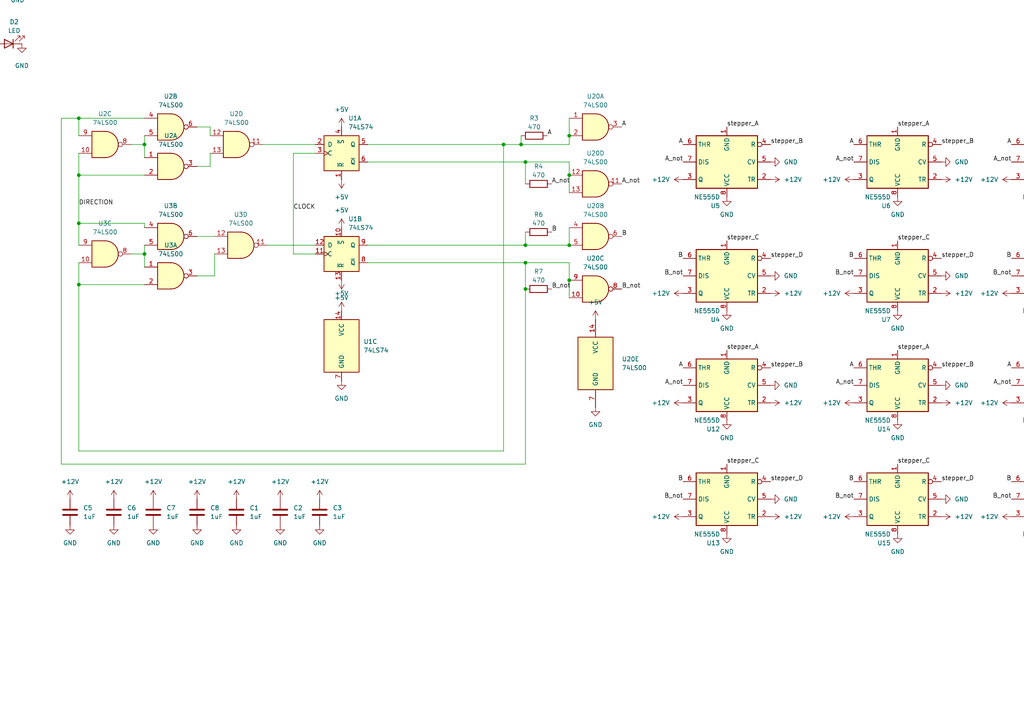
<source format=kicad_sch>
(kicad_sch (version 20230121) (generator eeschema)
  (paper "A4")
  (junction (at 41.91 73.66))
  (junction (at 129.54 -30.48))
  (junction (at 165.1 39.37))
  (junction (at 165.1 50.8))
  (junction (at 41.91 41.91))
  (junction (at 151.13 41.91))
  (junction (at 191.77 -30.48))
  (junction (at 66.04 -30.48))
  (junction (at 146.05 41.91))
  (junction (at 22.86 64.77))
  (junction (at 22.86 82.55))
  (junction (at 152.4 76.2))
  (junction (at 152.4 83.82))
  (junction (at 152.4 46.99))
  (junction (at 64.77 -86.36))
  (junction (at 22.86 34.29))
  (junction (at 190.5 -86.36))
  (junction (at 255.27 -30.48))
  (junction (at 152.4 71.12))
  (junction (at 165.1 71.12))
  (junction (at 165.1 81.28))
  (junction (at 22.86 50.8))
  (wire (pts (xy 66.04 -31.75) (xy 66.04 -30.48)))
  (wire (pts (xy 177.8 -80.01) (xy 182.88 -80.01)))
  (wire (pts (xy 254 -86.36) (xy 254 -85.09)))
  (wire (pts (xy 152.4 134.62) (xy 152.4 83.82)))
  (wire (pts (xy 60.96 36.83) (xy 60.96 39.37)))
  (wire (pts (xy 254 -86.36) (xy 256.54 -86.36)))
  (wire (pts (xy 41.91 41.91) (xy 41.91 39.37)))
  (wire (pts (xy 66.04 -30.48) (xy 68.58 -30.48)))
  (wire (pts (xy 191.77 -31.75) (xy 191.77 -30.48)))
  (wire (pts (xy 255.27 -31.75) (xy 255.27 -30.48)))
  (wire (pts (xy 106.68 41.91) (xy 146.05 41.91)))
  (wire (pts (xy 165.1 76.2) (xy 165.1 81.28)))
  (wire (pts (xy 17.78 134.62) (xy 152.4 134.62)))
  (wire (pts (xy 22.86 130.81) (xy 22.86 82.55)))
  (wire (pts (xy 57.15 48.26) (xy 60.96 48.26)))
  (wire (pts (xy 255.27 -30.48) (xy 255.27 -29.21)))
  (wire (pts (xy 165.1 46.99) (xy 165.1 50.8)))
  (wire (pts (xy 64.77 -86.36) (xy 64.77 -85.09)))
  (wire (pts (xy 152.4 67.31) (xy 152.4 71.12)))
  (wire (pts (xy 165.1 50.8) (xy 165.1 55.88)))
  (wire (pts (xy 255.27 -30.48) (xy 257.81 -30.48)))
  (wire (pts (xy 41.91 66.04) (xy 41.91 64.77)))
  (wire (pts (xy 146.05 41.91) (xy 146.05 130.81)))
  (wire (pts (xy 151.13 39.37) (xy 151.13 41.91)))
  (wire (pts (xy 41.91 34.29) (xy 22.86 34.29)))
  (wire (pts (xy 190.5 -87.63) (xy 190.5 -86.36)))
  (wire (pts (xy 116.84 -24.13) (xy 121.92 -24.13)))
  (wire (pts (xy 41.91 73.66) (xy 41.91 77.47)))
  (wire (pts (xy 152.4 76.2) (xy 165.1 76.2)))
  (wire (pts (xy 53.34 -24.13) (xy 58.42 -24.13)))
  (wire (pts (xy 152.4 76.2) (xy 106.68 76.2)))
  (wire (pts (xy 62.23 80.01) (xy 62.23 73.66)))
  (wire (pts (xy 152.4 46.99) (xy 165.1 46.99)))
  (wire (pts (xy 146.05 41.91) (xy 151.13 41.91)))
  (wire (pts (xy 64.77 -87.63) (xy 64.77 -86.36)))
  (wire (pts (xy 191.77 -30.48) (xy 191.77 -29.21)))
  (wire (pts (xy 17.78 34.29) (xy 17.78 134.62)))
  (wire (pts (xy 190.5 -86.36) (xy 193.04 -86.36)))
  (wire (pts (xy 115.57 -80.01) (xy 120.65 -80.01)))
  (wire (pts (xy 41.91 71.12) (xy 41.91 73.66)))
  (wire (pts (xy 57.15 80.01) (xy 62.23 80.01)))
  (wire (pts (xy 128.27 -86.36) (xy 130.81 -86.36)))
  (wire (pts (xy 129.54 -30.48) (xy 129.54 -29.21)))
  (wire (pts (xy 151.13 41.91) (xy 165.1 41.91)))
  (wire (pts (xy 22.86 50.8) (xy 41.91 50.8)))
  (wire (pts (xy 146.05 130.81) (xy 22.86 130.81)))
  (wire (pts (xy 91.44 44.45) (xy 85.09 44.45)))
  (wire (pts (xy 152.4 46.99) (xy 152.4 53.34)))
  (wire (pts (xy 85.09 44.45) (xy 85.09 73.66)))
  (wire (pts (xy 165.1 34.29) (xy 165.1 39.37)))
  (wire (pts (xy 165.1 66.04) (xy 165.1 71.12)))
  (wire (pts (xy 152.4 71.12) (xy 165.1 71.12)))
  (wire (pts (xy 22.86 44.45) (xy 22.86 50.8)))
  (wire (pts (xy 22.86 34.29) (xy 22.86 39.37)))
  (wire (pts (xy 41.91 41.91) (xy 41.91 45.72)))
  (wire (pts (xy 85.09 73.66) (xy 91.44 73.66)))
  (wire (pts (xy 241.3 -80.01) (xy 246.38 -80.01)))
  (wire (pts (xy 38.1 41.91) (xy 41.91 41.91)))
  (wire (pts (xy 165.1 81.28) (xy 165.1 86.36)))
  (wire (pts (xy 22.86 50.8) (xy 22.86 64.77)))
  (wire (pts (xy 179.07 -24.13) (xy 184.15 -24.13)))
  (wire (pts (xy 66.04 -30.48) (xy 66.04 -29.21)))
  (wire (pts (xy 57.15 36.83) (xy 60.96 36.83)))
  (wire (pts (xy 38.1 73.66) (xy 41.91 73.66)))
  (wire (pts (xy 41.91 64.77) (xy 22.86 64.77)))
  (wire (pts (xy 77.47 71.12) (xy 91.44 71.12)))
  (wire (pts (xy 22.86 34.29) (xy 17.78 34.29)))
  (wire (pts (xy 22.86 76.2) (xy 22.86 82.55)))
  (wire (pts (xy 57.15 68.58) (xy 62.23 68.58)))
  (wire (pts (xy 129.54 -31.75) (xy 129.54 -30.48)))
  (wire (pts (xy 128.27 -86.36) (xy 128.27 -85.09)))
  (wire (pts (xy 106.68 46.99) (xy 152.4 46.99)))
  (wire (pts (xy 190.5 -86.36) (xy 190.5 -85.09)))
  (wire (pts (xy 60.96 48.26) (xy 60.96 44.45)))
  (wire (pts (xy 106.68 71.12) (xy 152.4 71.12)))
  (wire (pts (xy 52.07 -80.01) (xy 57.15 -80.01)))
  (wire (pts (xy 22.86 64.77) (xy 22.86 71.12)))
  (wire (pts (xy 129.54 -30.48) (xy 132.08 -30.48)))
  (wire (pts (xy 76.2 41.91) (xy 91.44 41.91)))
  (wire (pts (xy 64.77 -86.36) (xy 67.31 -86.36)))
  (wire (pts (xy 22.86 82.55) (xy 41.91 82.55)))
  (wire (pts (xy 242.57 -24.13) (xy 247.65 -24.13)))
  (wire (pts (xy 165.1 39.37) (xy 165.1 41.91)))
  (wire (pts (xy 152.4 83.82) (xy 152.4 76.2)))
  (wire (pts (xy 191.77 -30.48) (xy 194.31 -30.48)))
  (text "note fet schematic symbol overriden to match footprint\n" (at 86.36 -113.03 0) (effects (font (size 1.27 1.27)) (justify left bottom)))
  (text "note fet schematic symbol overriden to match footprint\n" (at 87.63 -57.15 0) (effects (font (size 1.27 1.27)) (justify left bottom)))
  (text "note fet schematic symbol overriden to match footprint\n" (at 212.09 -113.03 0) (effects (font (size 1.27 1.27)) (justify left bottom)))
  (text "output connector for l9110h drivers" (at 339.09 -12.7 0) (effects (font (size 1.27 1.27)) (justify left bottom)))
  (text "note fet schematic symbol overriden to match footprint\n" (at 148.59 -113.03 0) (effects (font (size 1.27 1.27)) (justify left bottom)))
  (text "note fet schematic symbol overriden to match footprint\n" (at 149.86 -57.15 0) (effects (font (size 1.27 1.27)) (justify left bottom)))
  (text "output connector for FET drivers" (at 337.82 6.35 0) (effects (font (size 1.27 1.27)) (justify left bottom)))
  (text "note fet schematic symbol overriden to match footprint\n" (at 24.13 -57.15 0) (effects (font (size 1.27 1.27)) (justify left bottom)))
  (text "note fet schematic symbol overriden to match footprint\n" (at 22.86 -113.03 0) (effects (font (size 1.27 1.27)) (justify left bottom)))
  (text "note fet schematic symbol overriden to match footprint\n" (at 213.36 -57.15 0) (effects (font (size 1.27 1.27)) (justify left bottom)))
  (label "B_not" (at 198.12 80.01 180))
  (label "stepper_B" (at 223.52 41.91 0))
  (label "stepper_D" (at 223.52 139.7 0))
  (label "B" (at 198.12 139.7 180))
  (label "A_not" (at 340.36 111.76 180))
  (label "B" (at 198.12 74.93 180))
  (label "stepper_B" (at 318.77 41.91 0))
  (label "stepper_A" (at 260.35 101.6 0))
  (label "DIRECTION" (at -27.94 2.54 0))
  (label "stepper_C" (at 210.82 69.85 0))
  (label "stepper_B" (at 365.76 41.91 0))
  (label "stepper_A" (at 353.06 101.6 0))
  (label "stepper_D" (at 223.52 74.93 0))
  (label "A" (at 198.12 106.68 180))
  (label "A" (at 53.34 -24.13 180))
  (label "stepper_C" (at 353.06 69.85 0))
  (label "stepper_C" (at 356.87 -2.54 180))
  (label "stepper_C" (at 306.07 69.85 0))
  (label "B" (at 340.36 139.7 180))
  (label "fet_stepper_C" (at 193.04 -86.36 0))
  (label "stepper_D" (at 273.05 74.93 0))
  (label "stepper_B" (at 356.87 -5.08 180))
  (label "stepper_A" (at 356.87 -7.62 180))
  (label "B_not" (at 180.34 83.82 0))
  (label "stepper_A" (at 306.07 36.83 0))
  (label "A_not" (at 293.37 111.76 180))
  (label "fet_stepper_C" (at 356.87 15.24 180))
  (label "B_not" (at 293.37 144.78 180))
  (label "stepper_A" (at 260.35 36.83 0))
  (label "A" (at 247.65 106.68 180))
  (label "fet_stepper_B" (at 356.87 12.7 180))
  (label "A" (at 52.07 -80.01 180))
  (label "stepper_A" (at 210.82 101.6 0))
  (label "stepper_D" (at 318.77 74.93 0))
  (label "stepper_B" (at 273.05 106.68 0))
  (label "B_not" (at 247.65 144.78 180))
  (label "stepper_C" (at 306.07 134.62 0))
  (label "A" (at 158.75 39.37 0))
  (label "fet_stepper_B" (at 132.08 -30.48 0))
  (label "stepper_C" (at 210.82 134.62 0))
  (label "A_not" (at 247.65 46.99 180))
  (label "A_not" (at 115.57 -80.01 180))
  (label "A_not" (at 116.84 -24.13 180))
  (label "fet_stepper_D" (at 256.54 -86.36 0))
  (label "B_not" (at 247.65 80.01 180))
  (label "stepper_D" (at 365.76 74.93 0))
  (label "B" (at 293.37 74.93 180))
  (label "B_not" (at 293.37 80.01 180))
  (label "B" (at 179.07 -24.13 180))
  (label "stepper_C" (at 353.06 134.62 0))
  (label "B" (at 340.36 74.93 180))
  (label "fet_stepper_C" (at 194.31 -30.48 0))
  (label "stepper_C" (at 260.35 69.85 0))
  (label "stepper_C" (at 260.35 134.62 0))
  (label "stepper_D" (at 365.76 139.7 0))
  (label "CLOCK" (at 85.09 60.96 0))
  (label "fet_stepper_D" (at 257.81 -30.48 0))
  (label "fet_stepper_B" (at 130.81 -86.36 0))
  (label "B_not" (at 340.36 144.78 180))
  (label "A_not" (at 180.34 53.34 0))
  (label "stepper_B" (at 318.77 106.68 0))
  (label "stepper_B" (at 273.05 41.91 0))
  (label "A_not" (at 198.12 111.76 180))
  (label "fet_stepper_A" (at 356.87 10.16 180))
  (label "B" (at 247.65 74.93 180))
  (label "A_not" (at 247.65 111.76 180))
  (label "A" (at 247.65 41.91 180))
  (label "A" (at 340.36 106.68 180))
  (label "stepper_A" (at 353.06 36.83 0))
  (label "A_not" (at 198.12 46.99 180))
  (label "fet_stepper_D" (at 356.87 17.78 180))
  (label "B" (at 180.34 68.58 0))
  (label "stepper_D" (at 356.87 0 180))
  (label "B" (at 247.65 139.7 180))
  (label "B_not" (at 198.12 144.78 180))
  (label "stepper_B" (at 223.52 106.68 0))
  (label "stepper_A" (at 306.07 101.6 0))
  (label "A_not" (at 293.37 46.99 180))
  (label "A" (at 293.37 106.68 180))
  (label "CLOCK" (at -27.94 0 0))
  (label "B" (at 160.02 67.31 0))
  (label "B" (at 177.8 -80.01 180))
  (label "DIRECTION" (at 22.86 59.69 0))
  (label "fet_stepper_A" (at 67.31 -86.36 0))
  (label "fet_stepper_A" (at 68.58 -30.48 0))
  (label "A" (at 340.36 41.91 180))
  (label "B_not" (at 241.3 -80.01 180))
  (label "A" (at 198.12 41.91 180))
  (label "stepper_D" (at 273.05 139.7 0))
  (label "A" (at 293.37 41.91 180))
  (label "A_not" (at 340.36 46.99 180))
  (label "stepper_D" (at 318.77 139.7 0))
  (label "stepper_B" (at 365.76 106.68 0))
  (label "B_not" (at 340.36 80.01 180))
  (label "stepper_A" (at 210.82 36.83 0))
  (label "B" (at 293.37 139.7 180))
  (label "B_not" (at 160.02 83.82 0))
  (label "B_not" (at 242.57 -24.13 180))
  (label "A" (at 180.34 36.83 0))
  (label "A_not" (at 160.02 53.34 0))
  (symbol (lib_id "Device:C") (at 68.58 148.59 0) (unit 1)
    (property "Reference" "C1" (at 72.39 147.32 0) (effects (justify left)))
    (property "Value" "1uF" (at 72.39 149.86 0) (effects (justify left)))
    (property "Footprint" "Capacitor_SMD:C_0603_1608Metric" (effects hide))
  )
  (symbol (lib_id "Device:C") (at 57.15 148.59 0) (unit 1)
    (property "Reference" "C8" (at 60.96 147.32 0) (effects (justify left)))
    (property "Value" "1uF" (at 60.96 149.86 0) (effects (justify left)))
    (property "Footprint" "Capacitor_SMD:C_0603_1608Metric" (effects hide))
  )
  (symbol (lib_id "Timer:NE555D") (at 210.82 46.99 180) (unit 1)
    (property "Reference" "U5" (at 208.8641 59.69 0) (effects (justify left)))
    (property "Value" "NE555D" (at 208.8641 57.15 0) (effects (justify left)))
    (property "Footprint" "Package_DIP:DIP-8_W7.62mm" (effects hide))
    (property "Datasheet" "http://www.ti.com/lit/ds/symlink/ne555.pdf" (effects hide))
  )
  (symbol (lib_id "74xx:74LS00") (at 49.53 80.01 0) (unit 1)
    (property "Reference" "U3" (at 49.5217 71.12 0))
    (property "Value" "74LS00" (at 49.5217 73.66 0))
    (property "Footprint" "Package_DIP:DIP-14_W7.62mm" (effects hide))
    (property "Datasheet" "http://www.ti.com/lit/gpn/sn74ls00" (effects hide))
  )
  (symbol (lib_id "power:+5V") (at -10.16 -6.35 0) (unit 1)
    (property "Reference" "#PWR0113" (effects hide))
    (property "Value" "+5V" (at -10.16 -10.16 0))
  )
  (symbol (lib_id "power:GND") (at 172.72 118.11 0) (unit 1)
    (property "Reference" "#PWR0118" (effects hide))
    (property "Value" "GND" (at 172.72 123.19 0))
  )
  (symbol (lib_id "power:+12V") (at 223.52 116.84 270) (unit 1)
    (property "Reference" "#PWR048" (effects hide))
    (property "Value" "+12V" (at 227.33 116.84 90) (effects (justify left)))
  )
  (symbol (lib_id "power:+12V") (at 198.12 116.84 90) (unit 1)
    (property "Reference" "#PWR043" (effects hide))
    (property "Value" "+12V" (at 194.31 116.84 90) (effects (justify left)))
  )
  (symbol (lib_id "power:GND") (at 260.35 57.15 0) (unit 1)
    (property "Reference" "#PWR021" (effects hide))
    (property "Value" "GND" (at 260.35 62.23 0))
  )
  (symbol (lib_id "Device:C") (at 92.71 148.59 0) (unit 1)
    (property "Reference" "C3" (at 96.52 147.32 0) (effects (justify left)))
    (property "Value" "1uF" (at 96.52 149.86 0) (effects (justify left)))
    (property "Footprint" "Capacitor_SMD:C_0603_1608Metric" (effects hide))
  )
  (symbol (lib_id "Transistor_FET:FDG1024NZ") (at 189.23 -24.13 0) (unit 2)
    (property "Reference" "Q3" (at 195.58 -25.4 0) (effects (justify left)))
    (property "Value" "FDG1024NZ" (at 195.58 -22.86 0) (effects (justify left)))
    (property "Footprint" "Package_TO_SOT_SMD:SOT-23-6_Handsoldering" (effects hide))
    (property "Datasheet" "https://www.onsemi.com/pub/Collateral/FDG1024NZ-D.pdf" (effects hide))
  )
  (symbol (lib_id "Device:C") (at 116.84 -45.72 0) (unit 1)
    (property "Reference" "C18" (at 120.65 -46.99 0) (effects (justify left)))
    (property "Value" "1uF" (at 120.65 -44.45 0) (effects (justify left)))
    (property "Footprint" "Capacitor_SMD:C_0603_1608Metric" (effects hide))
  )
  (symbol (lib_id "Transistor_FET:FDG1024NZ") (at 187.96 -80.01 0) (unit 1)
    (property "Reference" "Q3" (at 194.31 -81.28 0) (effects (justify left)))
    (property "Value" "FDG1024NZ" (at 194.31 -78.74 0) (effects (justify left)))
    (property "Footprint" "Package_TO_SOT_SMD:SOT-23-6_Handsoldering" (effects hide))
    (property "Datasheet" "https://www.onsemi.com/pub/Collateral/FDG1024NZ-D.pdf" (effects hide))
  )
  (symbol (lib_id "Timer:NE555D") (at 306.07 144.78 180) (unit 1)
    (property "Reference" "U17" (at 304.1141 157.48 0) (effects (justify left)))
    (property "Value" "NE555D" (at 304.1141 154.94 0) (effects (justify left)))
    (property "Footprint" "Package_DIP:DIP-8_W7.62mm" (effects hide))
    (property "Datasheet" "http://www.ti.com/lit/ds/symlink/ne555.pdf" (effects hide))
  )
  (symbol (lib_id "power:GND") (at 318.77 80.01 90) (unit 1)
    (property "Reference" "#PWR033" (effects hide))
    (property "Value" "GND" (at 322.58 80.01 90) (effects (justify right)))
  )
  (symbol (lib_id "power:GND") (at 306.07 90.17 0) (unit 1)
    (property "Reference" "#PWR030" (effects hide))
    (property "Value" "GND" (at 306.07 95.25 0))
  )
  (symbol (lib_id "power:+12V") (at 20.32 144.78 0) (unit 1)
    (property "Reference" "#PWR083" (effects hide))
    (property "Value" "+12V" (at 20.32 139.7 0))
  )
  (symbol (lib_id "power:+5V") (at 129.54 -39.37 0) (unit 1)
    (property "Reference" "#PWR0127" (effects hide))
    (property "Value" "+5V" (at 129.54 -44.45 0))
  )
  (symbol (lib_id "Device:C") (at 20.32 148.59 0) (unit 1)
    (property "Reference" "C5" (at 24.13 147.32 0) (effects (justify left)))
    (property "Value" "1uF" (at 24.13 149.86 0) (effects (justify left)))
    (property "Footprint" "Capacitor_SMD:C_0603_1608Metric" (effects hide))
  )
  (symbol (lib_id "power:+12V") (at 318.77 85.09 270) (unit 1)
    (property "Reference" "#PWR034" (effects hide))
    (property "Value" "+12V" (at 322.58 85.09 90) (effects (justify left)))
  )
  (symbol (lib_id "power:GND") (at 223.52 80.01 90) (unit 1)
    (property "Reference" "#PWR013" (effects hide))
    (property "Value" "GND" (at 227.33 80.01 90) (effects (justify right)))
  )
  (symbol (lib_id "power:+12V") (at 223.52 149.86 270) (unit 1)
    (property "Reference" "#PWR050" (effects hide))
    (property "Value" "+12V" (at 227.33 149.86 90) (effects (justify left)))
  )
  (symbol (lib_id "power:+12V") (at 318.77 52.07 270) (unit 1)
    (property "Reference" "#PWR032" (effects hide))
    (property "Value" "+12V" (at 322.58 52.07 90) (effects (justify left)))
  )
  (symbol (lib_id "power:GND") (at 365.76 144.78 90) (unit 1)
    (property "Reference" "#PWR073" (effects hide))
    (property "Value" "GND" (at 369.57 144.78 90) (effects (justify right)))
  )
  (symbol (lib_id "74xx:74LS00") (at 30.48 41.91 0) (unit 3)
    (property "Reference" "U2" (at 30.4717 33.02 0))
    (property "Value" "74LS00" (at 30.4717 35.56 0))
    (property "Footprint" "Package_DIP:DIP-14_W7.62mm" (effects hide))
    (property "Datasheet" "http://www.ti.com/lit/gpn/sn74ls00" (effects hide))
  )
  (symbol (lib_id "Timer:NE555D") (at 306.07 80.01 180) (unit 1)
    (property "Reference" "U9" (at 304.1141 92.71 0) (effects (justify left)))
    (property "Value" "NE555D" (at 304.1141 90.17 0) (effects (justify left)))
    (property "Footprint" "Package_DIP:DIP-8_W7.62mm" (effects hide))
    (property "Datasheet" "http://www.ti.com/lit/ds/symlink/ne555.pdf" (effects hide))
  )
  (symbol (lib_id "Device:C") (at 179.07 -45.72 0) (unit 1)
    (property "Reference" "C19" (at 182.88 -46.99 0) (effects (justify left)))
    (property "Value" "1uF" (at 182.88 -44.45 0) (effects (justify left)))
    (property "Footprint" "Capacitor_SMD:C_0603_1608Metric" (effects hide))
  )
  (symbol (lib_id "74xx:74LS00") (at 172.72 53.34 0) (unit 4)
    (property "Reference" "U20" (at 172.7117 44.45 0))
    (property "Value" "74LS00" (at 172.7117 46.99 0))
    (property "Footprint" "Package_DIP:DIP-14_W7.62mm" (effects hide))
    (property "Datasheet" "http://www.ti.com/lit/gpn/sn74ls00" (effects hide))
  )
  (symbol (lib_id "power:GND") (at 116.84 -41.91 0) (unit 1)
    (property "Reference" "#PWR0125" (effects hide))
    (property "Value" "GND" (at 116.84 -36.83 0))
  )
  (symbol (lib_id "power:+12V") (at 365.76 116.84 270) (unit 1)
    (property "Reference" "#PWR072" (effects hide))
    (property "Value" "+12V" (at 369.57 116.84 90) (effects (justify left)))
  )
  (symbol (lib_id "power:+12V") (at 223.52 52.07 270) (unit 1)
    (property "Reference" "#PWR018" (effects hide))
    (property "Value" "+12V" (at 227.33 52.07 90) (effects (justify left)))
  )
  (symbol (lib_id "Device:C") (at 44.45 148.59 0) (unit 1)
    (property "Reference" "C7" (at 48.26 147.32 0) (effects (justify left)))
    (property "Value" "1uF" (at 48.26 149.86 0) (effects (justify left)))
    (property "Footprint" "Capacitor_SMD:C_0603_1608Metric" (effects hide))
  )
  (symbol (lib_id "74xx:74LS74") (at 99.06 73.66 0) (unit 2)
    (property "Reference" "U1" (at 101.0159 63.5 0) (effects (justify left)))
    (property "Value" "74LS74" (at 101.0159 66.04 0) (effects (justify left)))
    (property "Footprint" "Package_DIP:DIP-14_W7.62mm" (effects hide))
    (property "Datasheet" "74xx/74hc_hct74.pdf" (effects hide))
  )
  (symbol (lib_id "power:+5V") (at 99.06 66.04 0) (unit 1)
    (property "Reference" "#PWR010" (effects hide))
    (property "Value" "+5V" (at 99.06 60.96 0))
  )
  (symbol (lib_id "power:+5V") (at 99.06 81.28 180) (unit 1)
    (property "Reference" "#PWR09" (effects hide))
    (property "Value" "+5V" (at 99.06 86.36 0))
  )
  (symbol (lib_id "power:GND") (at 210.82 90.17 0) (unit 1)
    (property "Reference" "#PWR011" (effects hide))
    (property "Value" "GND" (at 210.82 95.25 0))
  )
  (symbol (lib_id "Timer:NE555D") (at 353.06 144.78 180) (unit 1)
    (property "Reference" "U19" (at 351.1041 157.48 0) (effects (justify left)))
    (property "Value" "NE555D" (at 351.1041 154.94 0) (effects (justify left)))
    (property "Footprint" "Package_DIP:DIP-8_W7.62mm" (effects hide))
    (property "Datasheet" "http://www.ti.com/lit/ds/symlink/ne555.pdf" (effects hide))
  )
  (symbol (lib_id "power:+12V") (at 247.65 52.07 90) (unit 1)
    (property "Reference" "#PWR019" (effects hide))
    (property "Value" "+12V" (at 243.84 52.07 90) (effects (justify left)))
  )
  (symbol (lib_id "Timer:NE555D") (at 260.35 111.76 180) (unit 1)
    (property "Reference" "U14" (at 258.3941 124.46 0) (effects (justify left)))
    (property "Value" "NE555D" (at 258.3941 121.92 0) (effects (justify left)))
    (property "Footprint" "Package_DIP:DIP-8_W7.62mm" (effects hide))
    (property "Datasheet" "http://www.ti.com/lit/ds/symlink/ne555.pdf" (effects hide))
  )
  (symbol (lib_id "power:GND") (at 273.05 144.78 90) (unit 1)
    (property "Reference" "#PWR057" (effects hide))
    (property "Value" "GND" (at 276.86 144.78 90) (effects (justify right)))
  )
  (symbol (lib_id "Timer:NE555D") (at 210.82 111.76 180) (unit 1)
    (property "Reference" "U12" (at 208.8641 124.46 0) (effects (justify left)))
    (property "Value" "NE555D" (at 208.8641 121.92 0) (effects (justify left)))
    (property "Footprint" "Package_DIP:DIP-8_W7.62mm" (effects hide))
    (property "Datasheet" "http://www.ti.com/lit/ds/symlink/ne555.pdf" (effects hide))
  )
  (symbol (lib_id "power:+12V") (at 340.36 149.86 90) (unit 1)
    (property "Reference" "#PWR068" (effects hide))
    (property "Value" "+12V" (at 336.55 149.86 90) (effects (justify left)))
  )
  (symbol (lib_id "74xx:74LS00") (at 68.58 41.91 0) (unit 4)
    (property "Reference" "U2" (at 68.5717 33.02 0))
    (property "Value" "74LS00" (at 68.5717 35.56 0))
    (property "Footprint" "Package_DIP:DIP-14_W7.62mm" (effects hide))
    (property "Datasheet" "http://www.ti.com/lit/gpn/sn74ls00" (effects hide))
  )
  (symbol (lib_id "power:GND") (at 66.04 -19.05 0) (unit 1)
    (property "Reference" "#PWR0123" (effects hide))
    (property "Value" "GND" (at 66.04 -13.97 0))
  )
  (symbol (lib_id "power:+12V") (at 273.05 85.09 270) (unit 1)
    (property "Reference" "#PWR026" (effects hide))
    (property "Value" "+12V" (at 276.86 85.09 90) (effects (justify left)))
  )
  (symbol (lib_id "power:GND") (at 318.77 111.76 90) (unit 1)
    (property "Reference" "#PWR063" (effects hide))
    (property "Value" "GND" (at 322.58 111.76 90) (effects (justify right)))
  )
  (symbol (lib_id "74xx:74LS74") (at 99.06 100.33 0) (unit 3)
    (property "Reference" "U1" (at 105.41 99.06 0) (effects (justify left)))
    (property "Value" "74LS74" (at 105.41 101.6 0) (effects (justify left)))
    (property "Footprint" "Package_DIP:DIP-14_W7.62mm" (effects hide))
    (property "Datasheet" "74xx/74hc_hct74.pdf" (effects hide))
  )
  (symbol (lib_id "power:+12V") (at 340.36 52.07 90) (unit 1)
    (property "Reference" "#PWR035" (effects hide))
    (property "Value" "+12V" (at 336.55 52.07 90) (effects (justify left)))
  )
  (symbol (lib_id "power:GND") (at -16.51 83.82 0) (unit 1)
    (property "Reference" "#PWR03" (effects hide))
    (property "Value" "GND" (at -16.51 88.9 0))
  )
  (symbol (lib_id "power:+12V") (at 273.05 52.07 270) (unit 1)
    (property "Reference" "#PWR024" (effects hide))
    (property "Value" "+12V" (at 276.86 52.07 90) (effects (justify left)))
  )
  (symbol (lib_id "power:GND") (at 353.06 90.17 0) (unit 1)
    (property "Reference" "#PWR038" (effects hide))
    (property "Value" "GND" (at 353.06 95.25 0))
  )
  (symbol (lib_id "74xx:74LS00") (at 172.72 105.41 0) (unit 5)
    (property "Reference" "U20" (at 180.34 104.14 0) (effects (justify left)))
    (property "Value" "74LS00" (at 180.34 106.68 0) (effects (justify left)))
    (property "Footprint" "Package_DIP:DIP-14_W7.62mm" (effects hide))
    (property "Datasheet" "http://www.ti.com/lit/gpn/sn74ls00" (effects hide))
  )
  (symbol (lib_id "power:GND") (at 81.28 152.4 0) (unit 1)
    (property "Reference" "#PWR078" (effects hide))
    (property "Value" "GND" (at 81.28 157.48 0))
  )
  (symbol (lib_id "Device:R") (at -5.08 12.7 90) (unit 1)
    (property "Reference" "R2" (at -5.08 6.35 90))
    (property "Value" "470" (at -5.08 8.89 90))
    (property "Footprint" "Resistor_SMD:R_0603_1608Metric" (effects hide))
  )
  (symbol (lib_id "power:GND") (at 64.77 -74.93 0) (unit 1)
    (property "Reference" "#PWR0136" (effects hide))
    (property "Value" "GND" (at 64.77 -69.85 0))
  )
  (symbol (lib_id "power:+5V") (at 66.04 -39.37 0) (unit 1)
    (property "Reference" "#PWR0122" (effects hide))
    (property "Value" "+5V" (at 66.04 -44.45 0))
  )
  (symbol (lib_id "power:GND") (at 191.77 -19.05 0) (unit 1)
    (property "Reference" "#PWR0133" (effects hide))
    (property "Value" "GND" (at 191.77 -13.97 0))
  )
  (symbol (lib_id "power:+5V") (at -16.51 26.67 0) (unit 1)
    (property "Reference" "#PWR06" (effects hide))
    (property "Value" "+5V" (at -16.51 21.59 0))
  )
  (symbol (lib_id "Timer:NE555D") (at 353.06 111.76 180) (unit 1)
    (property "Reference" "U18" (at 351.1041 124.46 0) (effects (justify left)))
    (property "Value" "NE555D" (at 351.1041 121.92 0) (effects (justify left)))
    (property "Footprint" "Package_DIP:DIP-8_W7.62mm" (effects hide))
    (property "Datasheet" "http://www.ti.com/lit/ds/symlink/ne555.pdf" (effects hide))
  )
  (symbol (lib_id "74xx:74LS00") (at 172.72 68.58 0) (unit 2)
    (property "Reference" "U20" (at 172.7117 59.69 0))
    (property "Value" "74LS00" (at 172.7117 62.23 0))
    (property "Footprint" "Package_DIP:DIP-14_W7.62mm" (effects hide))
    (property "Datasheet" "http://www.ti.com/lit/gpn/sn74ls00" (effects hide))
  )
  (symbol (lib_id "power:GND") (at -27.94 19.05 90) (unit 1)
    (property "Reference" "#PWR0109" (effects hide))
    (property "Value" "GND" (at -22.86 19.05 90) (effects (justify right)))
  )
  (symbol (lib_id "power:+5V") (at 179.07 -49.53 0) (unit 1)
    (property "Reference" "#PWR0129" (effects hide))
    (property "Value" "+5V" (at 179.07 -54.61 0))
  )
  (symbol (lib_id "power:GND") (at 318.77 46.99 90) (unit 1)
    (property "Reference" "#PWR031" (effects hide))
    (property "Value" "GND" (at 322.58 46.99 90) (effects (justify right)))
  )
  (symbol (lib_id "power:+12V") (at 365.76 52.07 270) (unit 1)
    (property "Reference" "#PWR040" (effects hide))
    (property "Value" "+12V" (at 369.57 52.07 90) (effects (justify left)))
  )
  (symbol (lib_id "74xx:74LS00") (at 172.72 36.83 0) (unit 1)
    (property "Reference" "U20" (at 172.7117 27.94 0))
    (property "Value" "74LS00" (at 172.7117 30.48 0))
    (property "Footprint" "Package_DIP:DIP-14_W7.62mm" (effects hide))
    (property "Datasheet" "http://www.ti.com/lit/gpn/sn74ls00" (effects hide))
  )
  (symbol (lib_id "Connector:Conn_01x04_Pin") (at 361.95 15.24 180) (unit 1)
    (property "Reference" "J4" (at 363.22 12.7 0) (effects (justify right)))
    (property "Value" "Conn_01x04_Pin" (at 363.22 15.24 0) (effects (justify right)))
    (property "Footprint" "Connector_PinHeader_2.54mm:PinHeader_1x04_P2.54mm_Vertical" (effects hide))
  )
  (symbol (lib_id "Timer:NE555D") (at 210.82 144.78 180) (unit 1)
    (property "Reference" "U13" (at 208.8641 157.48 0) (effects (justify left)))
    (property "Value" "NE555D" (at 208.8641 154.94 0) (effects (justify left)))
    (property "Footprint" "Package_DIP:DIP-8_W7.62mm" (effects hide))
    (property "Datasheet" "http://www.ti.com/lit/ds/symlink/ne555.pdf" (effects hide))
  )
  (symbol (lib_id "power:GND") (at 223.52 144.78 90) (unit 1)
    (property "Reference" "#PWR049" (effects hide))
    (property "Value" "GND" (at 227.33 144.78 90) (effects (justify right)))
  )
  (symbol (lib_id "Timer:NE555D") (at 260.35 46.99 180) (unit 1)
    (property "Reference" "U6" (at 258.3941 59.69 0) (effects (justify left)))
    (property "Value" "NE555D" (at 258.3941 57.15 0) (effects (justify left)))
    (property "Footprint" "Package_DIP:DIP-8_W7.62mm" (effects hide))
    (property "Datasheet" "http://www.ti.com/lit/ds/symlink/ne555.pdf" (effects hide))
  )
  (symbol (lib_id "power:+12V") (at 81.28 144.78 0) (unit 1)
    (property "Reference" "#PWR077" (effects hide))
    (property "Value" "+12V" (at 81.28 139.7 0))
  )
  (symbol (lib_id "Device:R") (at 191.77 -35.56 180) (unit 1)
    (property "Reference" "R11" (at 194.31 -36.83 0) (effects (justify right)))
    (property "Value" "10k" (at 194.31 -34.29 0) (effects (justify right)))
    (property "Footprint" "Resistor_THT:R_Axial_DIN0204_L3.6mm_D1.6mm_P5.08mm_Horizontal" (effects hide))
  )
  (symbol (lib_id "power:GND") (at 20.32 152.4 0) (unit 1)
    (property "Reference" "#PWR084" (effects hide))
    (property "Value" "GND" (at 20.32 157.48 0))
  )
  (symbol (lib_id "power:GND") (at 254 -74.93 0) (unit 1)
    (property "Reference" "#PWR0150" (effects hide))
    (property "Value" "GND" (at 254 -69.85 0))
  )
  (symbol (lib_id "power:GND") (at -16.51 52.07 0) (unit 1)
    (property "Reference" "#PWR04" (effects hide))
    (property "Value" "GND" (at -16.51 57.15 0))
  )
  (symbol (lib_id "Timer:NE555D") (at 260.35 144.78 180) (unit 1)
    (property "Reference" "U15" (at 258.3941 157.48 0) (effects (justify left)))
    (property "Value" "NE555D" (at 258.3941 154.94 0) (effects (justify left)))
    (property "Footprint" "Package_DIP:DIP-8_W7.62mm" (effects hide))
    (property "Datasheet" "http://www.ti.com/lit/ds/symlink/ne555.pdf" (effects hide))
  )
  (symbol (lib_id "power:GND") (at 99.06 110.49 0) (unit 1)
    (property "Reference" "#PWR02" (effects hide))
    (property "Value" "GND" (at 99.06 115.57 0))
  )
  (symbol (lib_id "74xx:74LS00") (at -16.51 71.12 0) (unit 5)
    (property "Reference" "U3" (at -8.89 69.85 0) (effects (justify left)))
    (property "Value" "74LS00" (at -8.89 72.39 0) (effects (justify left)))
    (property "Footprint" "Package_DIP:DIP-14_W7.62mm" (effects hide))
    (property "Datasheet" "http://www.ti.com/lit/gpn/sn74ls00" (effects hide))
  )
  (symbol (lib_id "Connector:Conn_01x04_Pin") (at -33.02 13.97 0) (unit 1)
    (property "Reference" "J3" (at -32.385 7.62 0))
    (property "Value" "Conn_01x04_Pin" (at -32.385 10.16 0))
    (property "Footprint" "Connector_PinHeader_2.54mm:PinHeader_1x04_P2.54mm_Vertical" (effects hide))
  )
  (symbol (lib_id "power:GND") (at 210.82 154.94 0) (unit 1)
    (property "Reference" "#PWR046" (effects hide))
    (property "Value" "GND" (at 210.82 160.02 0))
  )
  (symbol (lib_id "power:GND") (at 260.35 90.17 0) (unit 1)
    (property "Reference" "#PWR022" (effects hide))
    (property "Value" "GND" (at 260.35 95.25 0))
  )
  (symbol (lib_id "74xx:74LS00") (at 49.53 36.83 0) (unit 2)
    (property "Reference" "U2" (at 49.5217 27.94 0))
    (property "Value" "74LS00" (at 49.5217 30.48 0))
    (property "Footprint" "Package_DIP:DIP-14_W7.62mm" (effects hide))
    (property "Datasheet" "http://www.ti.com/lit/gpn/sn74ls00" (effects hide))
  )
  (symbol (lib_id "power:GND") (at 273.05 111.76 90) (unit 1)
    (property "Reference" "#PWR055" (effects hide))
    (property "Value" "GND" (at 276.86 111.76 90) (effects (justify right)))
  )
  (symbol (lib_id "power:+12V") (at 273.05 149.86 270) (unit 1)
    (property "Reference" "#PWR058" (effects hide))
    (property "Value" "+12V" (at 276.86 149.86 90) (effects (justify left)))
  )
  (symbol (lib_id "power:GND") (at 353.06 121.92 0) (unit 1)
    (property "Reference" "#PWR069" (effects hide))
    (property "Value" "GND" (at 353.06 127 0))
  )
  (symbol (lib_id "power:+12V") (at 293.37 149.86 90) (unit 1)
    (property "Reference" "#PWR060" (effects hide))
    (property "Value" "+12V" (at 289.56 149.86 90) (effects (justify left)))
  )
  (symbol (lib_id "Device:C") (at 33.02 148.59 0) (unit 1)
    (property "Reference" "C6" (at 36.83 147.32 0) (effects (justify left)))
    (property "Value" "1uF" (at 36.83 149.86 0) (effects (justify left)))
    (property "Footprint" "Capacitor_SMD:C_0603_1608Metric" (effects hide))
  )
  (symbol (lib_id "power:+12V") (at -27.94 13.97 270) (unit 1)
    (property "Reference" "#PWR0111" (effects hide))
    (property "Value" "+12V" (at -22.86 13.97 90) (effects (justify left)))
  )
  (symbol (lib_id "74xx:74LS00") (at -16.51 39.37 0) (unit 5)
    (property "Reference" "U2" (at -8.89 38.1 0) (effects (justify left)))
    (property "Value" "74LS00" (at -8.89 40.64 0) (effects (justify left)))
    (property "Footprint" "Package_DIP:DIP-14_W7.62mm" (effects hide))
    (property "Datasheet" "http://www.ti.com/lit/gpn/sn74ls00" (effects hide))
  )
  (symbol (lib_id "74xx:74LS00") (at 69.85 71.12 0) (unit 4)
    (property "Reference" "U3" (at 69.8417 62.23 0))
    (property "Value" "74LS00" (at 69.8417 64.77 0))
    (property "Footprint" "Package_DIP:DIP-14_W7.62mm" (effects hide))
    (property "Datasheet" "http://www.ti.com/lit/gpn/sn74ls00" (effects hide))
  )
  (symbol (lib_id "power:GND") (at 318.77 144.78 90) (unit 1)
    (property "Reference" "#PWR065" (effects hide))
    (property "Value" "GND" (at 322.58 144.78 90) (effects (justify right)))
  )
  (symbol (lib_id "power:GND") (at 129.54 -19.05 0) (unit 1)
    (property "Reference" "#PWR0128" (effects hide))
    (property "Value" "GND" (at 129.54 -13.97 0))
  )
  (symbol (lib_id "Device:LED") (at 1.27 -6.35 180) (unit 1)
    (property "Reference" "D1" (at 2.8575 -12.7 0))
    (property "Value" "LED" (at 2.8575 -10.16 0))
    (property "Footprint" "Resistor_SMD:R_0603_1608Metric" (effects hide))
  )
  (symbol (lib_id "power:+12V") (at 340.36 85.09 90) (unit 1)
    (property "Reference" "#PWR036" (effects hide))
    (property "Value" "+12V" (at 336.55 85.09 90) (effects (justify left)))
  )
  (symbol (lib_id "power:GND") (at 255.27 -19.05 0) (unit 1)
    (property "Reference" "#PWR0138" (effects hide))
    (property "Value" "GND" (at 255.27 -13.97 0))
  )
  (symbol (lib_id "power:+12V") (at 68.58 144.78 0) (unit 1)
    (property "Reference" "#PWR075" (effects hide))
    (property "Value" "+12V" (at 68.58 139.7 0))
  )
  (symbol (lib_id "Timer:NE555D") (at 306.07 111.76 180) (unit 1)
    (property "Reference" "U16" (at 304.1141 124.46 0) (effects (justify left)))
    (property "Value" "NE555D" (at 304.1141 121.92 0) (effects (justify left)))
    (property "Footprint" "Package_DIP:DIP-8_W7.62mm" (effects hide))
    (property "Datasheet" "http://www.ti.com/lit/ds/symlink/ne555.pdf" (effects hide))
  )
  (symbol (lib_id "power:+12V") (at 198.12 85.09 90) (unit 1)
    (property "Reference" "#PWR016" (effects hide))
    (property "Value" "+12V" (at 194.31 85.09 90) (effects (justify left)))
  )
  (symbol (lib_id "power:GND") (at 57.15 152.4 0) (unit 1)
    (property "Reference" "#PWR090" (effects hide))
    (property "Value" "GND" (at 57.15 157.48 0))
  )
  (symbol (lib_id "power:GND") (at 6.35 12.7 0) (unit 1)
    (property "Reference" "#PWR0116" (effects hide))
    (property "Value" "GND" (at 6.35 19.05 0))
  )
  (symbol (lib_id "power:+12V") (at 198.12 149.86 90) (unit 1)
    (property "Reference" "#PWR044" (effects hide))
    (property "Value" "+12V" (at 194.31 149.86 90) (effects (justify left)))
  )
  (symbol (lib_id "power:GND") (at 306.07 154.94 0) (unit 1)
    (property "Reference" "#PWR062" (effects hide))
    (property "Value" "GND" (at 306.07 160.02 0))
  )
  (symbol (lib_id "74xx:74LS00") (at 49.53 68.58 0) (unit 2)
    (property "Reference" "U3" (at 49.5217 59.69 0))
    (property "Value" "74LS00" (at 49.5217 62.23 0))
    (property "Footprint" "Package_DIP:DIP-14_W7.62mm" (effects hide))
    (property "Datasheet" "http://www.ti.com/lit/gpn/sn74ls00" (effects hide))
  )
  (symbol (lib_id "Connector:Conn_01x04_Pin") (at -33.02 -2.54 0) (unit 1)
    (property "Reference" "J1" (at -32.385 -8.89 0))
    (property "Value" "Conn_01x04_Pin" (at -32.385 -6.35 0))
    (property "Footprint" "Connector_PinHeader_2.54mm:PinHeader_1x04_P2.54mm_Vertical" (effects hide))
  )
  (symbol (lib_id "power:GND") (at 92.71 152.4 0) (unit 1)
    (property "Reference" "#PWR080" (effects hide))
    (property "Value" "GND" (at 92.71 157.48 0))
  )
  (symbol (lib_id "power:GND") (at 33.02 152.4 0) (unit 1)
    (property "Reference" "#PWR086" (effects hide))
    (property "Value" "GND" (at 33.02 157.48 0))
  )
  (symbol (lib_id "power:GND") (at 353.06 154.94 0) (unit 1)
    (property "Reference" "#PWR070" (effects hide))
    (property "Value" "GND" (at 353.06 160.02 0))
  )
  (symbol (lib_id "power:+12V") (at 57.15 144.78 0) (unit 1)
    (property "Reference" "#PWR089" (effects hide))
    (property "Value" "+12V" (at 57.15 139.7 0))
  )
  (symbol (lib_id "power:GND") (at 260.35 121.92 0) (unit 1)
    (property "Reference" "#PWR053" (effects hide))
    (property "Value" "GND" (at 260.35 127 0))
  )
  (symbol (lib_id "Device:R") (at 156.21 53.34 90) (unit 1)
    (property "Reference" "R4" (at 156.21 48.26 90))
    (property "Value" "470" (at 156.21 50.8 90))
    (property "Footprint" "Resistor_SMD:R_0603_1608Metric" (effects hide))
  )
  (symbol (lib_id "power:GND") (at -27.94 11.43 90) (unit 1)
    (property "Reference" "#PWR0110" (effects hide))
    (property "Value" "GND" (at -22.86 11.43 90) (effects (justify right)))
  )
  (symbol (lib_id "Device:R") (at 129.54 -35.56 180) (unit 1)
    (property "Reference" "R8" (at 132.08 -36.83 0) (effects (justify right)))
    (property "Value" "10k" (at 132.08 -34.29 0) (effects (justify right)))
    (property "Footprint" "Resistor_THT:R_Axial_DIN0204_L3.6mm_D1.6mm_P5.08mm_Horizontal" (effects hide))
  )
  (symbol (lib_id "power:+12V") (at 293.37 85.09 90) (unit 1)
    (property "Reference" "#PWR028" (effects hide))
    (property "Value" "+12V" (at 289.56 85.09 90) (effects (justify left)))
  )
  (symbol (lib_id "74xx:74LS74") (at 99.06 44.45 0) (unit 1)
    (property "Reference" "U1" (at 101.0159 34.29 0) (effects (justify left)))
    (property "Value" "74LS74" (at 101.0159 36.83 0) (effects (justify left)))
    (property "Footprint" "Package_DIP:DIP-14_W7.62mm" (effects hide))
    (property "Datasheet" "74xx/74hc_hct74.pdf" (effects hide))
  )
  (symbol (lib_id "power:+5V") (at 99.06 36.83 0) (unit 1)
    (property "Reference" "#PWR07" (effects hide))
    (property "Value" "+5V" (at 99.06 31.75 0))
  )
  (symbol (lib_id "Device:R") (at 66.04 -35.56 180) (unit 1)
    (property "Reference" "R5" (at 68.58 -36.83 0) (effects (justify right)))
    (property "Value" "10k" (at 68.58 -34.29 0) (effects (justify right)))
    (property "Footprint" "Resistor_THT:R_Axial_DIN0204_L3.6mm_D1.6mm_P5.08mm_Horizontal" (effects hide))
  )
  (symbol (lib_id "power:+12V") (at 198.12 52.07 90) (unit 1)
    (property "Reference" "#PWR015" (effects hide))
    (property "Value" "+12V" (at 194.31 52.07 90) (effects (justify left)))
  )
  (symbol (lib_id "power:GND") (at 242.57 -41.91 0) (unit 1)
    (property "Reference" "#PWR0135" (effects hide))
    (property "Value" "GND" (at 242.57 -36.83 0))
  )
  (symbol (lib_id "power:+12V") (at 318.77 116.84 270) (unit 1)
    (property "Reference" "#PWR064" (effects hide))
    (property "Value" "+12V" (at 322.58 116.84 90) (effects (justify left)))
  )
  (symbol (lib_id "power:+12V") (at -8.89 12.7 0) (unit 1)
    (property "Reference" "#PWR0115" (effects hide))
    (property "Value" "+12V" (at -8.89 7.62 0))
  )
  (symbol (lib_id "power:GND") (at 210.82 57.15 0) (unit 1)
    (property "Reference" "#PWR012" (effects hide))
    (property "Value" "GND" (at 210.82 62.23 0))
  )
  (symbol (lib_id "Timer:NE555D") (at 306.07 46.99 180) (unit 1)
    (property "Reference" "U8" (at 304.1141 59.69 0) (effects (justify left)))
    (property "Value" "NE555D" (at 304.1141 57.15 0) (effects (justify left)))
    (property "Footprint" "Package_DIP:DIP-8_W7.62mm" (effects hide))
    (property "Datasheet" "http://www.ti.com/lit/ds/symlink/ne555.pdf" (effects hide))
  )
  (symbol (lib_id "power:GND") (at 273.05 80.01 90) (unit 1)
    (property "Reference" "#PWR025" (effects hide))
    (property "Value" "GND" (at 276.86 80.01 90) (effects (justify right)))
  )
  (symbol (lib_id "power:+12V") (at 247.65 116.84 90) (unit 1)
    (property "Reference" "#PWR051" (effects hide))
    (property "Value" "+12V" (at 243.84 116.84 90) (effects (justify left)))
  )
  (symbol (lib_id "power:GND") (at 223.52 46.99 90) (unit 1)
    (property "Reference" "#PWR014" (effects hide))
    (property "Value" "GND" (at 227.33 46.99 90) (effects (justify right)))
  )
  (symbol (lib_id "power:+12V") (at -27.94 16.51 270) (unit 1)
    (property "Reference" "#PWR0112" (effects hide))
    (property "Value" "+12V" (at -22.86 16.51 90) (effects (justify left)))
  )
  (symbol (lib_id "power:GND") (at 44.45 152.4 0) (unit 1)
    (property "Reference" "#PWR088" (effects hide))
    (property "Value" "GND" (at 44.45 157.48 0))
  )
  (symbol (lib_id "Timer:NE555D") (at 210.82 80.01 180) (unit 1)
    (property "Reference" "U4" (at 208.8641 92.71 0) (effects (justify left)))
    (property "Value" "NE555D" (at 208.8641 90.17 0) (effects (justify left)))
    (property "Footprint" "Package_DIP:DIP-8_W7.62mm" (effects hide))
    (property "Datasheet" "http://www.ti.com/lit/ds/symlink/ne555.pdf" (effects hide))
  )
  (symbol (lib_id "74xx:74LS00") (at 49.53 48.26 0) (unit 1)
    (property "Reference" "U2" (at 49.5217 39.37 0))
    (property "Value" "74LS00" (at 49.5217 41.91 0))
    (property "Footprint" "Package_DIP:DIP-14_W7.62mm" (effects hide))
    (property "Datasheet" "http://www.ti.com/lit/gpn/sn74ls00" (effects hide))
  )
  (symbol (lib_id "power:+12V") (at 365.76 149.86 270) (unit 1)
    (property "Reference" "#PWR074" (effects hide))
    (property "Value" "+12V" (at 369.57 149.86 90) (effects (justify left)))
  )
  (symbol (lib_id "power:+5V") (at 191.77 -39.37 0) (unit 1)
    (property "Reference" "#PWR0132" (effects hide))
    (property "Value" "+5V" (at 191.77 -44.45 0))
  )
  (symbol (lib_id "power:+12V") (at 293.37 116.84 90) (unit 1)
    (property "Reference" "#PWR059" (effects hide))
    (property "Value" "+12V" (at 289.56 116.84 90) (effects (justify left)))
  )
  (symbol (lib_id "power:+12V") (at 340.36 116.84 90) (unit 1)
    (property "Reference" "#PWR067" (effects hide))
    (property "Value" "+12V" (at 336.55 116.84 90) (effects (justify left)))
  )
  (symbol (lib_id "power:+12V") (at 247.65 149.86 90) (unit 1)
    (property "Reference" "#PWR052" (effects hide))
    (property "Value" "+12V" (at 243.84 149.86 90) (effects (justify left)))
  )
  (symbol (lib_id "power:+5V") (at 116.84 -49.53 0) (unit 1)
    (property "Reference" "#PWR0124" (effects hide))
    (property "Value" "+5V" (at 116.84 -54.61 0))
  )
  (symbol (lib_id "power:GND") (at 179.07 -41.91 0) (unit 1)
    (property "Reference" "#PWR0130" (effects hide))
    (property "Value" "GND" (at 179.07 -36.83 0))
  )
  (symbol (lib_id "power:+5V") (at 255.27 -39.37 0) (unit 1)
    (property "Reference" "#PWR0137" (effects hide))
    (property "Value" "+5V" (at 255.27 -44.45 0))
  )
  (symbol (lib_id "power:GND") (at 128.27 -74.93 0) (unit 1)
    (property "Reference" "#PWR0142" (effects hide))
    (property "Value" "GND" (at 128.27 -69.85 0))
  )
  (symbol (lib_id "Device:C") (at 81.28 148.59 0) (unit 1)
    (property "Reference" "C2" (at 85.09 147.32 0) (effects (justify left)))
    (property "Value" "1uF" (at 85.09 149.86 0) (effects (justify left)))
    (property "Footprint" "Capacitor_SMD:C_0603_1608Metric" (effects hide))
  )
  (symbol (lib_id "power:+5V") (at -16.51 58.42 0) (unit 1)
    (property "Reference" "#PWR05" (effects hide))
    (property "Value" "+5V" (at -16.51 53.34 0))
  )
  (symbol (lib_id "Device:R") (at 156.21 83.82 90) (unit 1)
    (property "Reference" "R7" (at 156.21 78.74 90))
    (property "Value" "470" (at 156.21 81.28 90))
    (property "Footprint" "Resistor_SMD:R_0603_1608Metric" (effects hide))
  )
  (symbol (lib_id "Device:C") (at 242.57 -45.72 0) (unit 1)
    (property "Reference" "C20" (at 246.38 -46.99 0) (effects (justify left)))
    (property "Value" "1uF" (at 246.38 -44.45 0) (effects (justify left)))
    (property "Footprint" "Capacitor_SMD:C_0603_1608Metric" (effects hide))
  )
  (symbol (lib_id "power:+12V") (at 318.77 149.86 270) (unit 1)
    (property "Reference" "#PWR066" (effects hide))
    (property "Value" "+12V" (at 322.58 149.86 90) (effects (justify left)))
  )
  (symbol (lib_id "power:GND") (at 353.06 57.15 0) (unit 1)
    (property "Reference" "#PWR037" (effects hide))
    (property "Value" "GND" (at 353.06 62.23 0))
  )
  (symbol (lib_id "Transistor_FET:FDG1024NZ") (at 62.23 -80.01 0) (unit 1)
    (property "Reference" "Q1" (at 68.58 -81.28 0) (effects (justify left)))
    (property "Value" "FDG1024NZ" (at 68.58 -78.74 0) (effects (justify left)))
    (property "Footprint" "Package_TO_SOT_SMD:SOT-23-6_Handsoldering" (effects hide))
    (property "Datasheet" "https://www.onsemi.com/pub/Collateral/FDG1024NZ-D.pdf" (effects hide))
  )
  (symbol (lib_id "power:+12V") (at 33.02 144.78 0) (unit 1)
    (property "Reference" "#PWR085" (effects hide))
    (property "Value" "+12V" (at 33.02 139.7 0))
  )
  (symbol (lib_id "Device:LED") (at 2.54 12.7 180) (unit 1)
    (property "Reference" "D2" (at 4.1275 6.35 0))
    (property "Value" "LED" (at 4.1275 8.89 0))
    (property "Footprint" "Resistor_SMD:R_0603_1608Metric" (effects hide))
  )
  (symbol (lib_id "Timer:NE555D") (at 353.06 46.99 180) (unit 1)
    (property "Reference" "U10" (at 351.1041 59.69 0) (effects (justify left)))
    (property "Value" "NE555D" (at 351.1041 57.15 0) (effects (justify left)))
    (property "Footprint" "Package_DIP:DIP-8_W7.62mm" (effects hide))
    (property "Datasheet" "http://www.ti.com/lit/ds/symlink/ne555.pdf" (effects hide))
  )
  (symbol (lib_id "74xx:74LS00") (at 30.48 73.66 0) (unit 3)
    (property "Reference" "U3" (at 30.4717 64.77 0))
    (property "Value" "74LS00" (at 30.4717 67.31 0))
    (property "Footprint" "Package_DIP:DIP-14_W7.62mm" (effects hide))
    (property "Datasheet" "http://www.ti.com/lit/gpn/sn74ls00" (effects hide))
  )
  (symbol (lib_id "power:GND") (at 5.08 -6.35 0) (unit 1)
    (property "Reference" "#PWR0114" (effects hide))
    (property "Value" "GND" (at 5.08 0 0))
  )
  (symbol (lib_id "power:GND") (at 260.35 154.94 0) (unit 1)
    (property "Reference" "#PWR054" (effects hide))
    (property "Value" "GND" (at 260.35 160.02 0))
  )
  (symbol (lib_id "power:+12V") (at 247.65 85.09 90) (unit 1)
    (property "Reference" "#PWR020" (effects hide))
    (property "Value" "+12V" (at 243.84 85.09 90) (effects (justify left)))
  )
  (symbol (lib_id "Transistor_FET:FDG1024NZ") (at 251.46 -80.01 0) (unit 1)
    (property "Reference" "Q4" (at 257.81 -81.28 0) (effects (justify left)))
    (property "Value" "FDG1024NZ" (at 257.81 -78.74 0) (effects (justify left)))
    (property "Footprint" "Package_TO_SOT_SMD:SOT-23-6_Handsoldering" (effects hide))
    (property "Datasheet" "https://www.onsemi.com/pub/Collateral/FDG1024NZ-D.pdf" (effects hide))
  )
  (symbol (lib_id "Transistor_FET:FDG1024NZ") (at 252.73 -24.13 0) (unit 2)
    (property "Reference" "Q4" (at 259.08 -25.4 0) (effects (justify left)))
    (property "Value" "FDG1024NZ" (at 259.08 -22.86 0) (effects (justify left)))
    (property "Footprint" "Package_TO_SOT_SMD:SOT-23-6_Handsoldering" (effects hide))
    (property "Datasheet" "https://www.onsemi.com/pub/Collateral/FDG1024NZ-D.pdf" (effects hide))
  )
  (symbol (lib_id "power:GND") (at 210.82 121.92 0) (unit 1)
    (property "Reference" "#PWR045" (effects hide))
    (property "Value" "GND" (at 210.82 127 0))
  )
  (symbol (lib_id "Transistor_FET:FDG1024NZ") (at 125.73 -80.01 0) (unit 1)
    (property "Reference" "Q2" (at 132.08 -81.28 0) (effects (justify left)))
    (property "Value" "FDG1024NZ" (at 132.08 -78.74 0) (effects (justify left)))
    (property "Footprint" "Package_TO_SOT_SMD:SOT-23-6_Handsoldering" (effects hide))
    (property "Datasheet" "https://www.onsemi.com/pub/Collateral/FDG1024NZ-D.pdf" (effects hide))
  )
  (symbol (lib_id "Transistor_FET:FDG1024NZ") (at 63.5 -24.13 0) (unit 2)
    (property "Reference" "Q1" (at 69.85 -25.4 0) (effects (justify left)))
    (property "Value" "FDG1024NZ" (at 69.85 -22.86 0) (effects (justify left)))
    (property "Footprint" "Package_TO_SOT_SMD:SOT-23-6_Handsoldering" (effects hide))
    (property "Datasheet" "https://www.onsemi.com/pub/Collateral/FDG1024NZ-D.pdf" (effects hide))
  )
  (symbol (lib_id "power:GND") (at 68.58 152.4 0) (unit 1)
    (property "Reference" "#PWR076" (effects hide))
    (property "Value" "GND" (at 68.58 157.48 0))
  )
  (symbol (lib_id "power:+5V") (at 99.06 90.17 0) (unit 1)
    (property "Reference" "#PWR01" (effects hide))
    (property "Value" "+5V" (at 99.06 85.09 0))
  )
  (symbol (lib_id "power:+5V") (at 99.06 52.07 180) (unit 1)
    (property "Reference" "#PWR08" (effects hide))
    (property "Value" "+5V" (at 99.06 57.15 0))
  )
  (symbol (lib_id "power:GND") (at 365.76 80.01 90) (unit 1)
    (property "Reference" "#PWR041" (effects hide))
    (property "Value" "GND" (at 369.57 80.01 90) (effects (justify right)))
  )
  (symbol (lib_id "Timer:NE555D") (at 260.35 80.01 180) (unit 1)
    (property "Reference" "U7" (at 258.3941 92.71 0) (effects (justify left)))
    (property "Value" "NE555D" (at 258.3941 90.17 0) (effects (justify left)))
    (property "Footprint" "Package_DIP:DIP-8_W7.62mm" (effects hide))
    (property "Datasheet" "http://www.ti.com/lit/ds/symlink/ne555.pdf" (effects hide))
  )
  (symbol (lib_id "power:GND") (at 306.07 121.92 0) (unit 1)
    (property "Reference" "#PWR061" (effects hide))
    (property "Value" "GND" (at 306.07 127 0))
  )
  (symbol (lib_id "power:+5V") (at -27.94 -5.08 270) (unit 1)
    (property "Reference" "#PWR0107" (effects hide))
    (property "Value" "+5V" (at -22.86 -5.08 90) (effects (justify left)))
  )
  (symbol (lib_id "power:+12V") (at 92.71 144.78 0) (unit 1)
    (property "Reference" "#PWR079" (effects hide))
    (property "Value" "+12V" (at 92.71 139.7 0))
  )
  (symbol (lib_id "power:GND") (at 365.76 46.99 90) (unit 1)
    (property "Reference" "#PWR039" (effects hide))
    (property "Value" "GND" (at 369.57 46.99 90) (effects (justify right)))
  )
  (symbol (lib_id "Device:R") (at 154.94 39.37 90) (unit 1)
    (property "Reference" "R3" (at 154.94 34.29 90))
    (property "Value" "470" (at 154.94 36.83 90))
    (property "Footprint" "Resistor_SMD:R_0603_1608Metric" (effects hide))
  )
  (symbol (lib_id "power:GND") (at 306.07 57.15 0) (unit 1)
    (property "Reference" "#PWR029" (effects hide))
    (property "Value" "GND" (at 306.07 62.23 0))
  )
  (symbol (lib_id "power:GND") (at -27.94 -2.54 90) (unit 1)
    (property "Reference" "#PWR0108" (effects hide))
    (property "Value" "GND" (at -22.86 -2.54 90) (effects (justify right)))
  )
  (symbol (lib_id "power:+12V") (at 273.05 116.84 270) (unit 1)
    (property "Reference" "#PWR056" (effects hide))
    (property "Value" "+12V" (at 276.86 116.84 90) (effects (justify left)))
  )
  (symbol (lib_id "power:+12V") (at 293.37 52.07 90) (unit 1)
    (property "Reference" "#PWR027" (effects hide))
    (property "Value" "+12V" (at 289.56 52.07 90) (effects (justify left)))
  )
  (symbol (lib_id "Device:R") (at 156.21 67.31 90) (unit 1)
    (property "Reference" "R6" (at 156.21 62.23 90))
    (property "Value" "470" (at 156.21 64.77 90))
    (property "Footprint" "Resistor_SMD:R_0603_1608Metric" (effects hide))
  )
  (symbol (lib_id "Timer:NE555D") (at 353.06 80.01 180) (unit 1)
    (property "Reference" "U11" (at 351.1041 92.71 0) (effects (justify left)))
    (property "Value" "NE555D" (at 351.1041 90.17 0) (effects (justify left)))
    (property "Footprint" "Package_DIP:DIP-8_W7.62mm" (effects hide))
    (property "Datasheet" "http://www.ti.com/lit/ds/symlink/ne555.pdf" (effects hide))
  )
  (symbol (lib_id "power:GND") (at 365.76 111.76 90) (unit 1)
    (property "Reference" "#PWR071" (effects hide))
    (property "Value" "GND" (at 369.57 111.76 90) (effects (justify right)))
  )
  (symbol (lib_id "power:+12V") (at 223.52 85.09 270) (unit 1)
    (property "Reference" "#PWR017" (effects hide))
    (property "Value" "+12V" (at 227.33 85.09 90) (effects (justify left)))
  )
  (symbol (lib_id "power:GND") (at 223.52 111.76 90) (unit 1)
    (property "Reference" "#PWR047" (effects hide))
    (property "Value" "GND" (at 227.33 111.76 90) (effects (justify right)))
  )
  (symbol (lib_id "power:+5V") (at 172.72 92.71 0) (unit 1)
    (property "Reference" "#PWR0117" (effects hide))
    (property "Value" "+5V" (at 172.72 87.63 0))
  )
  (symbol (lib_id "Device:R") (at -6.35 -6.35 90) (unit 1)
    (property "Reference" "R1" (at -6.35 -11.43 90))
    (property "Value" "470" (at -6.35 -8.89 90))
    (property "Footprint" "Resistor_SMD:R_0603_1608Metric" (effects hide))
  )
  (symbol (lib_id "power:GND") (at 190.5 -74.93 0) (unit 1)
    (property "Reference" "#PWR0146" (effects hide))
    (property "Value" "GND" (at 190.5 -69.85 0))
  )
  (symbol (lib_id "power:GND") (at 273.05 46.99 90) (unit 1)
    (property "Reference" "#PWR023" (effects hide))
    (property "Value" "GND" (at 276.86 46.99 90) (effects (justify right)))
  )
  (symbol (lib_id "Device:R") (at 255.27 -35.56 180) (unit 1)
    (property "Reference" "R14" (at 257.81 -36.83 0) (effects (justify right)))
    (property "Value" "10k" (at 257.81 -34.29 0) (effects (justify right)))
    (property "Footprint" "Resistor_THT:R_Axial_DIN0204_L3.6mm_D1.6mm_P5.08mm_Horizontal" (effects hide))
  )
  (symbol (lib_id "power:+5V") (at 242.57 -49.53 0) (unit 1)
    (property "Reference" "#PWR0134" (effects hide))
    (property "Value" "+5V" (at 242.57 -54.61 0))
  )
  (symbol (lib_id "power:+12V") (at 44.45 144.78 0) (unit 1)
    (property "Reference" "#PWR087" (effects hide))
    (property "Value" "+12V" (at 44.45 139.7 0))
  )
  (symbol (lib_id "Connector:Conn_01x04_Pin") (at 361.95 -2.54 180) (unit 1)
    (property "Reference" "J2" (at 363.22 -5.08 0) (effects (justify right)))
    (property "Value" "Conn_01x04_Pin" (at 363.22 -2.54 0) (effects (justify right)))
    (property "Footprint" "Connector_PinHeader_2.54mm:PinHeader_1x04_P2.54mm_Vertical" (effects hide))
  )
  (symbol (lib_id "power:+12V") (at 365.76 85.09 270) (unit 1)
    (property "Reference" "#PWR042" (effects hide))
    (property "Value" "+12V" (at 369.57 85.09 90) (effects (justify left)))
  )
  (symbol (lib_id "Transistor_FET:FDG1024NZ") (at 127 -24.13 0) (unit 2)
    (property "Reference" "Q2" (at 133.35 -25.4 0) (effects (justify left)))
    (property "Value" "FDG1024NZ" (at 133.35 -22.86 0) (effects (justify left)))
    (property "Footprint" "Package_TO_SOT_SMD:SOT-23-6_Handsoldering" (effects hide))
    (property "Datasheet" "https://www.onsemi.com/pub/Collateral/FDG1024NZ-D.pdf" (effects hide))
  )
  (symbol (lib_id "74xx:74LS00") (at 172.72 83.82 0) (unit 3)
    (property "Reference" "U20" (at 172.7117 74.93 0))
    (property "Value" "74LS00" (at 172.7117 77.47 0))
    (property "Footprint" "Package_DIP:DIP-14_W7.62mm" (effects hide))
    (property "Datasheet" "http://www.ti.com/lit/gpn/sn74ls00" (effects hide))
  )
)
</source>
